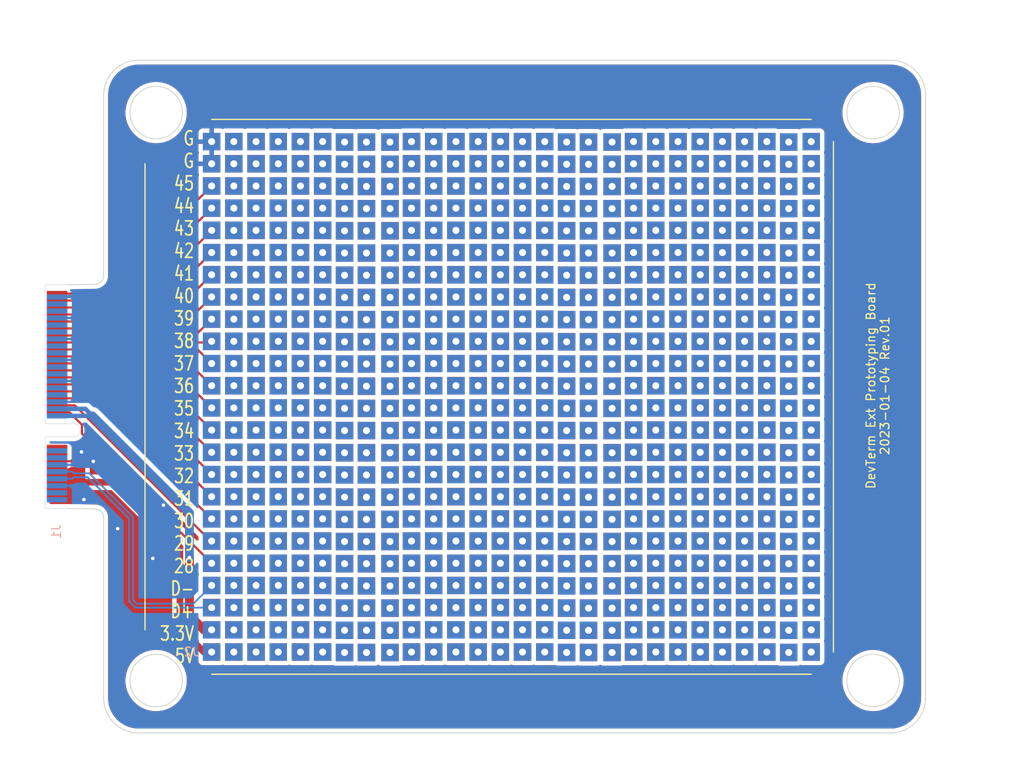
<source format=kicad_pcb>
(kicad_pcb (version 20211014) (generator pcbnew)
  (layers (0 "F.Cu" signal) (31 "B.Cu" signal) (34 "B.Paste" user) (35 "F.Paste" user) (36 "B.SilkS" user "B.Silkscreen") (37 "F.SilkS" user "F.Silkscreen") (38 "B.Mask" user) (39 "F.Mask" user) (44 "Edge.Cuts" user))
  (net 0 "")
  (net 1 "/CAM_D0_P")
  (net 2 "/CAM_D0_N")
  (net 3 "/SPK_LP")
  (net 4 "+5V")
  (net 5 "/SPK_LN")
  (net 6 "/USB3_D_P")
  (net 7 "/USB3_D_N")
  (net 8 "GND")
  (net 9 "/USB4_D_P")
  (net 10 "/SPK_RP")
  (net 11 "/USB4_D_N")
  (net 12 "/SPK_RN")
  (net 13 "/IO28")
  (net 14 "/IO29")
  (net 15 "/IO30")
  (net 16 "/CAM_D3_P")
  (net 17 "/IO31")
  (net 18 "/CAM_D3_N")
  (net 19 "/IO32")
  (net 20 "/IO33")
  (net 21 "/CAM_D2_P")
  (net 22 "/IO34")
  (net 23 "/CAM_D2_N")
  (net 24 "/IO35")
  (net 25 "/IO36")
  (net 26 "/CAM_C_P")
  (net 27 "/IO37")
  (net 28 "/CAM_C_N")
  (net 29 "/IO38")
  (net 30 "/IO39")
  (net 31 "/CAM_D1_P")
  (net 32 "/IO40")
  (net 33 "/CAM_D1_N")
  (net 34 "/IO41")
  (net 35 "/IO42")
  (net 36 "/IO43")
  (net 37 "/IO44")
  (net 38 "/IO45")
  (net 39 "+3.3V")
  (footprint "mpcie:mini-PCIe" (layer "B.Cu") (at 90.164412 104.159558 90)
    (fp_text reference "J1")
    (fp_text value "miniPCIe")
    (fp_line (start 0.75 0) (end 16.65 0) (layer "Edge.Cuts") (width 0.05))
    (fp_line (start -8.95 0) (end -8.95 2.5) (layer "Edge.Cuts") (width 0.05))
    (fp_line (start -0.75 0) (end -0.75 3.25) (layer "Edge.Cuts") (width 0.05))
    (fp_line (start 16.65 0) (end 16.65 2.5) (layer "Edge.Cuts") (width 0.05))
    (fp_line (start -0.75 0) (end -8.95 0) (layer "Edge.Cuts") (width 0.05))
    (fp_line (start 0.75 0) (end 0.75 3.25) (layer "Edge.Cuts") (width 0.05))
    (fp_arc (start 0.75 3.25) (mid 0 4) (end -0.75 3.25) (layer "Edge.Cuts") (width 0.05))
  )
  (footprint "PrototypeBoard:PrototypeBoard" (layer "B.Cu") (at 109.22 129.54)
    (fp_text reference "J2")
    (fp_text value "Conn_01x24")
  )
  (gr_line (start 109.22 68.58) (end 177.8 68.58) (layer "F.SilkS") (width 0.15))
  (gr_line (start 101.6 73.66) (end 101.6 127) (layer "F.SilkS") (width 0.15))
  (gr_line (start 109.22 132.08) (end 177.8 132.08) (layer "F.SilkS") (width 0.15))
  (gr_line (start 180.34 129.54) (end 180.34 71.12) (layer "F.SilkS") (width 0.15))
  (gr_line (start 92.664412 113.109558) (end 95.870014 113.15319) (layer "Edge.Cuts") (width 0.1))
  (gr_line (start 96.870012 65.803272) (end 96.870012 86.453218) (layer "Edge.Cuts") (width 0.1))
  (gr_arc (start 96.870012 65.803272) (mid 98.041606 62.974868) (end 100.870004 61.80328) (layer "Edge.Cuts") (width 0.1))
  (gr_line (start 96.870012 114.153188) (end 96.870012 134.803134) (layer "Edge.Cuts") (width 0.1))
  (gr_arc (start 186.870086 61.80328) (mid 189.698549 62.974813) (end 190.870078 65.803272) (layer "Edge.Cuts") (width 0.1))
  (gr_line (start 92.664412 87.509558) (end 95.870014 87.453216) (layer "Edge.Cuts") (width 0.1))
  (gr_circle (center 102.87 67.803268) (end 105.869994 67.803268) (layer "Edge.Cuts") (width 0.1) (fill none))
  (gr_line (start 186.870086 61.80328) (end 100.870004 61.80328) (layer "Edge.Cuts") (width 0.1))
  (gr_line (start 100.870004 138.803126) (end 186.870086 138.803126) (layer "Edge.Cuts") (width 0.1))
  (gr_arc (start 190.870078 134.803134) (mid 189.698485 137.631533) (end 186.870086 138.803126) (layer "Edge.Cuts") (width 0.1))
  (gr_arc (start 95.870014 113.15319) (mid 96.577107 113.446085) (end 96.870012 114.153188) (layer "Edge.Cuts") (width 0.1))
  (gr_circle (center 102.87 132.803138) (end 105.869994 132.803138) (layer "Edge.Cuts") (width 0.1) (fill none))
  (gr_circle (center 184.87009 67.803268) (end 187.870084 67.803268) (layer "Edge.Cuts") (width 0.1) (fill none))
  (gr_arc (start 96.870012 86.453218) (mid 96.577134 87.16035) (end 95.870014 87.453216) (layer "Edge.Cuts") (width 0.1))
  (gr_circle (center 184.87009 132.803138) (end 187.870084 132.803138) (layer "Edge.Cuts") (width 0.1) (fill none))
  (gr_line (start 190.870078 134.803134) (end 190.870078 121.053098) (layer "Edge.Cuts") (width 0.1))
  (gr_line (start 190.870078 121.053098) (end 190.870078 79.553308) (layer "Edge.Cuts") (width 0.1))
  (gr_arc (start 100.870004 138.803126) (mid 98.041596 137.631551) (end 96.870012 134.803134) (layer "Edge.Cuts") (width 0.1))
  (gr_line (start 190.870078 79.553308) (end 190.870078 65.803272) (layer "Edge.Cuts") (width 0.1))
  (gr_text "DevTerm Ext Prototyping Board\n2023-01-04 Rev.01" (at 185.42 99.06 90) (layer "F.SilkS") (effects (font (size 1 1))))
  (gr_text "G\nG\n45\n44\n43\n42\n41\n40\n39\n38\n37\n36\n35\n34\n33\n32\n31\n30\n29\n28\nD-\nD+\n3.3V\n5V" (at 107.3404 100.3808) (layer "F.SilkS") (effects (font (size 1.6 1.2) (thickness 0.2)) (justify right)))
  (segment (start 105.591 117.5544) (end 105.591 126.787) (width 0.762) (layer "F.Cu") (net 4))
  (segment (start 98.146158 110.109558) (end 105.591 117.5544) (width 0.762) (layer "F.Cu") (net 4))
  (segment (start 105.591 126.787) (end 108.344 129.54) (width 0.762) (layer "F.Cu") (net 4))
  (segment (start 91.539412 110.109558) (end 98.146158 110.109558) (width 0.762) (layer "F.Cu") (net 4))
  (segment (start 91.539412 109.709558) (end 93.301913 109.709558) (width 0.2) (layer "B.Cu") (net 6))
  (segment (start 93.476913 109.534558) (end 95.043158 109.534558) (width 0.2) (layer "B.Cu") (net 6))
  (segment (start 95.043158 109.534558) (end 99.7748 114.2662) (width 0.2) (layer "B.Cu") (net 6))
  (segment (start 93.301913 109.709558) (end 93.476913 109.534558) (width 0.2) (layer "B.Cu") (net 6))
  (segment (start 100.4944 124.46) (end 109.22 124.46) (width 0.2) (layer "B.Cu") (net 6))
  (segment (start 99.7748 114.2662) (end 99.7748 123.7404) (width 0.2) (layer "B.Cu") (net 6))
  (segment (start 99.7748 123.7404) (end 100.4944 124.46) (width 0.2) (layer "B.Cu") (net 6))
  (segment (start 91.539412 108.909558) (end 93.301913 108.909558) (width 0.2) (layer "B.Cu") (net 7))
  (segment (start 107.130001 124.009999) (end 109.22 121.92) (width 0.2) (layer "B.Cu") (net 7))
  (segment (start 100.680799 124.009999) (end 107.130001 124.009999) (width 0.2) (layer "B.Cu") (net 7))
  (segment (start 100.2248 114.0798) (end 100.2248 123.554) (width 0.2) (layer "B.Cu") (net 7))
  (segment (start 93.301913 108.909558) (end 93.476913 109.084558) (width 0.2) (layer "B.Cu") (net 7))
  (segment (start 95.229558 109.084558) (end 100.2248 114.0798) (width 0.2) (layer "B.Cu") (net 7))
  (segment (start 93.476913 109.084558) (end 95.229558 109.084558) (width 0.2) (layer "B.Cu") (net 7))
  (segment (start 100.2248 123.554) (end 100.680799 124.009999) (width 0.2) (layer "B.Cu") (net 7))
  (segment (start 95.668242 107.709558) (end 95.669958 107.709558) (width 0.25) (layer "F.Cu") (net 8))
  (segment (start 95.669958 107.709558) (end 95.6818 107.7214) (width 0.25) (layer "F.Cu") (net 8))
  (segment (start 91.539412 107.709558) (end 95.668242 107.709558) (width 0.25) (layer "F.Cu") (net 8))
  (via (at 94.3356 106.6292) (size 0.8) (drill 0.4) (layers "F.Cu" "B.Cu") (net 8))
  (via (at 102.489 118.8212) (size 0.8) (drill 0.4) (layers "F.Cu" "B.Cu") (net 8))
  (via (at 95.6818 107.7214) (size 0.8) (drill 0.4) (layers "F.Cu" "B.Cu") (net 8))
  (via (at 98.4758 115.4176) (size 0.8) (drill 0.4) (layers "F.Cu" "B.Cu") (net 8))
  (via (at 103.7082 112.7252) (size 0.8) (drill 0.4) (layers "F.Cu" "B.Cu") (net 8))
  (via (at 94.615 112.0902) (size 0.8) (drill 0.4) (layers "F.Cu" "B.Cu") (net 8))
  (segment (start 95.893358 98.509558) (end 95.9866 98.6028) (width 0.25) (layer "B.Cu") (net 8))
  (segment (start 91.539412 96.109558) (end 95.347558 96.109558) (width 0.25) (layer "B.Cu") (net 8))
  (segment (start 91.539412 100.909558) (end 97.058042 100.909558) (width 0.25) (layer "B.Cu") (net 8))
  (segment (start 91.539412 93.709558) (end 95.436758 93.709558) (width 0.25) (layer "B.Cu") (net 8))
  (segment (start 95.293642 108.109558) (end 95.6818 107.7214) (width 0.25) (layer "B.Cu") (net 8))
  (segment (start 91.539412 98.509558) (end 95.893358 98.509558) (width 0.25) (layer "B.Cu") (net 8))
  (segment (start 95.347558 96.109558) (end 95.5802 96.3422) (width 0.25) (layer "B.Cu") (net 8))
  (segment (start 93.034358 110.509558) (end 94.615 112.0902) (width 0.25) (layer "B.Cu") (net 8))
  (segment (start 91.539412 88.909558) (end 95.056358 88.909558) (width 0.25) (layer "B.Cu") (net 8))
  (segment (start 95.431242 91.309558) (end 95.6056 91.1352) (width 0.25) (layer "B.Cu") (net 8))
  (segment (start 97.058042 100.909558) (end 97.155 100.8126) (width 0.25) (layer "B.Cu") (net 8))
  (segment (start 91.539412 110.509558) (end 93.034358 110.509558) (width 0.25) (layer "B.Cu") (net 8))
  (segment (start 91.539412 108.109558) (end 95.293642 108.109558) (width 0.25) (layer "B.Cu") (net 8))
  (segment (start 91.539412 91.309558) (end 95.431242 91.309558) (width 0.25) (layer "B.Cu") (net 8))
  (segment (start 95.436758 93.709558) (end 95.5548 93.8276) (width 0.25) (layer "B.Cu") (net 8))
  (segment (start 94.3864 104.5464) (end 109.22 119.38) (width 0.25) (layer "F.Cu") (net 13))
  (segment (start 92.964412 102.109558) (end 94.3864 103.531546) (width 0.25) (layer "F.Cu") (net 13))
  (segment (start 94.3864 103.531546) (end 94.3864 104.5464) (width 0.25) (layer "F.Cu") (net 13))
  (segment (start 91.539412 102.109558) (end 92.964412 102.109558) (width 0.25) (layer "F.Cu") (net 13))
  (segment (start 109.11 116.84) (end 93.579558 101.309558) (width 0.25) (layer "F.Cu") (net 14))
  (segment (start 93.579558 101.309558) (end 91.539412 101.309558) (width 0.25) (layer "F.Cu") (net 14))
  (segment (start 109.22 116.84) (end 109.11 116.84) (width 0.25) (layer "F.Cu") (net 14))
  (segment (start 95.429558 100.509558) (end 109.22 114.3) (width 0.25) (layer "F.Cu") (net 15))
  (segment (start 91.539412 100.509558) (end 95.429558 100.509558) (width 0.25) (layer "F.Cu") (net 15))
  (segment (start 97.169558 99.709558) (end 109.22 111.76) (width 0.25) (layer "F.Cu") (net 17))
  (segment (start 91.539412 99.709558) (end 97.169558 99.709558) (width 0.25) (layer "F.Cu") (net 17))
  (segment (start 98.909558 98.909558) (end 109.22 109.22) (width 0.25) (layer "F.Cu") (net 19))
  (segment (start 91.539412 98.909558) (end 98.909558 98.909558) (width 0.25) (layer "F.Cu") (net 19))
  (segment (start 91.539412 98.109558) (end 100.649558 98.109558) (width 0.25) (layer "F.Cu") (net 20))
  (segment (start 100.649558 98.109558) (end 109.22 106.68) (width 0.25) (layer "F.Cu") (net 20))
  (segment (start 91.539412 97.309558) (end 102.389558 97.309558) (width 0.25) (layer "F.Cu") (net 22))
  (segment (start 102.389558 97.309558) (end 109.22 104.14) (width 0.25) (layer "F.Cu") (net 22))
  (segment (start 104.129558 96.509558) (end 109.22 101.6) (width 0.25) (layer "F.Cu") (net 24))
  (segment (start 91.539412 96.509558) (end 104.129558 96.509558) (width 0.25) (layer "F.Cu") (net 24))
  (segment (start 91.539412 95.709558) (end 105.869558 95.709558) (width 0.25) (layer "F.Cu") (net 25))
  (segment (start 105.869558 95.709558) (end 109.22 99.06) (width 0.25) (layer "F.Cu") (net 25))
  (segment (start 107.609558 94.909558) (end 109.22 96.52) (width 0.25) (layer "F.Cu") (net 27))
  (segment (start 91.539412 94.909558) (end 107.609558 94.909558) (width 0.25) (layer "F.Cu") (net 27))
  (segment (start 109.090442 94.109558) (end 109.22 93.98) (width 0.25) (layer "F.Cu") (net 29))
  (segment (start 91.539412 94.109558) (end 109.090442 94.109558) (width 0.25) (layer "F.Cu") (net 29))
  (segment (start 91.539412 93.309558) (end 107.350442 93.309558) (width 0.25) (layer "F.Cu") (net 30))
  (segment (start 107.350442 93.309558) (end 109.22 91.44) (width 0.25) (layer "F.Cu") (net 30))
  (segment (start 91.539412 92.509558) (end 105.610442 92.509558) (width 0.25) (layer "F.Cu") (net 32))
  (segment (start 105.610442 92.509558) (end 109.22 88.9) (width 0.25) (layer "F.Cu") (net 32))
  (segment (start 91.539412 91.709558) (end 103.870442 91.709558) (width 0.25) (layer "F.Cu") (net 34))
  (segment (start 103.870442 91.709558) (end 109.22 86.36) (width 0.25) (layer "F.Cu") (net 34))
  (segment (start 102.130442 90.909558) (end 109.22 83.82) (width 0.25) (layer "F.Cu") (net 35))
  (segment (start 91.539412 90.909558) (end 102.130442 90.909558) (width 0.25) (layer "F.Cu") (net 35))
  (segment (start 91.539412 90.109558) (end 100.390442 90.109558) (width 0.25) (layer "F.Cu") (net 36))
  (segment (start 100.390442 90.109558) (end 109.22 81.28) (width 0.25) (layer "F.Cu") (net 36))
  (segment (start 91.539412 89.309558) (end 98.650442 89.309558) (width 0.25) (layer "F.Cu") (net 37))
  (segment (start 98.650442 89.309558) (end 109.22 78.74) (width 0.25) (layer "F.Cu") (net 37))
  (segment (start 91.539412 88.509558) (end 96.910442 88.509558) (width 0.25) (layer "F.Cu") (net 38))
  (segment (start 96.910442 88.509558) (end 109.22 76.2) (width 0.25) (layer "F.Cu") (net 38))
  (segment (start 108.344 127) (end 109.22 127) (width 1.016) (layer "F.Cu") (net 39))
  (segment (start 106.68 118.7196) (end 106.68 125.336) (width 1.016) (layer "F.Cu") (net 39))
  (segment (start 106.68 125.336) (end 108.344 127) (width 1.016) (layer "F.Cu") (net 39))
  (via (at 106.68 118.7196) (size 0.8) (drill 0.4) (layers "F.Cu" "B.Cu") (net 39))
  (segment (start 94.775358 101.709558) (end 91.539412 101.709558) (width 0.508) (layer "B.Cu") (net 39))
  (segment (start 91.539412 102.509558) (end 95.575358 102.509558) (width 0.508) (layer "B.Cu") (net 39))
  (segment (start 95.575358 102.509558) (end 106.68 113.6142) (width 1.016) (layer "B.Cu") (net 39))
  (segment (start 106.68 113.6142) (end 106.68 118.7196) (width 1.016) (layer "B.Cu") (net 39))
  (segment (start 95.575358 102.509558) (end 94.775358 101.709558) (width 0.508) (layer "B.Cu") (net 39))
  (zone (net 8) (net_name "GND") (layers F&B.Cu) (connect_pads (clearance 0.508)) (min_thickness 0.254) (fill yes (thermal_gap 0.508) (thermal_bridge_width 0.508))
    (polygon (pts (xy 199.2122 141.2748) (xy 85.0138 142.9512) (xy 86.741 55.7022) (xy 202.1332 54.9148)))
  )
  (zone (net 4) (net_name "+5V") (layer "F.Cu") (priority 1) (connect_pads yes (clearance 0.508)) (min_thickness 0.254) (fill yes (thermal_gap 0.508) (thermal_bridge_width 0.508))
    (polygon (pts (xy 94.7674 108.1786) (xy 94.7674 113.8936) (xy 88.5952 113.792) (xy 90.1446 108.1532)))
  )
)
</source>
